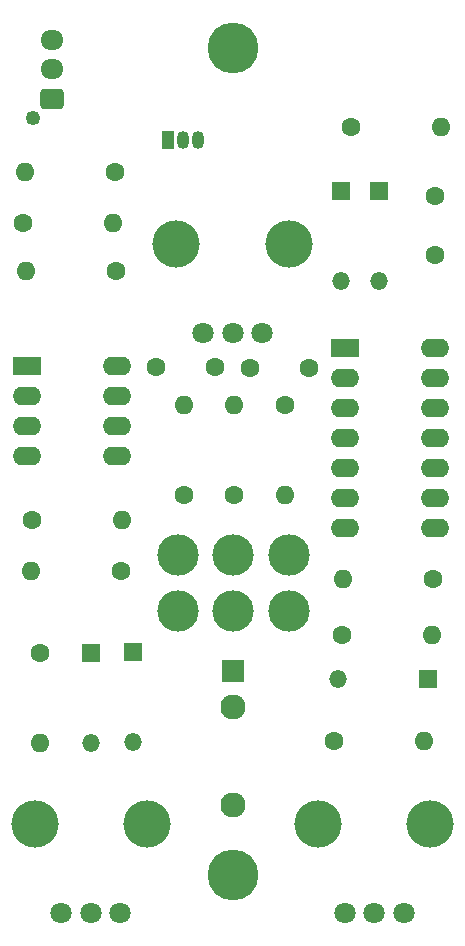
<source format=gbr>
%TF.GenerationSoftware,KiCad,Pcbnew,7.0.9*%
%TF.CreationDate,2024-05-17T11:53:30+10:00*%
%TF.ProjectId,_rotary_,5f726f74-6172-4795-9f2e-6b696361645f,v0_1_2*%
%TF.SameCoordinates,Original*%
%TF.FileFunction,Soldermask,Top*%
%TF.FilePolarity,Negative*%
%FSLAX46Y46*%
G04 Gerber Fmt 4.6, Leading zero omitted, Abs format (unit mm)*
G04 Created by KiCad (PCBNEW 7.0.9) date 2024-05-17 11:53:30*
%MOMM*%
%LPD*%
G01*
G04 APERTURE LIST*
G04 Aperture macros list*
%AMRoundRect*
0 Rectangle with rounded corners*
0 $1 Rounding radius*
0 $2 $3 $4 $5 $6 $7 $8 $9 X,Y pos of 4 corners*
0 Add a 4 corners polygon primitive as box body*
4,1,4,$2,$3,$4,$5,$6,$7,$8,$9,$2,$3,0*
0 Add four circle primitives for the rounded corners*
1,1,$1+$1,$2,$3*
1,1,$1+$1,$4,$5*
1,1,$1+$1,$6,$7*
1,1,$1+$1,$8,$9*
0 Add four rect primitives between the rounded corners*
20,1,$1+$1,$2,$3,$4,$5,0*
20,1,$1+$1,$4,$5,$6,$7,0*
20,1,$1+$1,$6,$7,$8,$9,0*
20,1,$1+$1,$8,$9,$2,$3,0*%
G04 Aperture macros list end*
%ADD10R,1.930000X1.830000*%
%ADD11C,2.130000*%
%ADD12C,1.600000*%
%ADD13O,1.600000X1.600000*%
%ADD14C,4.300000*%
%ADD15C,4.000000*%
%ADD16C,1.800000*%
%ADD17R,1.500000X1.500000*%
%ADD18O,1.500000X1.500000*%
%ADD19R,2.400000X1.600000*%
%ADD20O,2.400000X1.600000*%
%ADD21R,1.050000X1.500000*%
%ADD22O,1.050000X1.500000*%
%ADD23C,3.500000*%
%ADD24C,1.250000*%
%ADD25RoundRect,0.250000X0.725000X-0.600000X0.725000X0.600000X-0.725000X0.600000X-0.725000X-0.600000X0*%
%ADD26O,1.950000X1.700000*%
G04 APERTURE END LIST*
D10*
%TO.C,J1*%
X100000000Y-117720000D03*
D11*
X100000000Y-129120000D03*
X100000000Y-120820000D03*
%TD*%
D12*
%TO.C,R9*%
X110000000Y-71700000D03*
D13*
X117620000Y-71700000D03*
%TD*%
D12*
%TO.C,R11*%
X109300000Y-114700000D03*
D13*
X116920000Y-114700000D03*
%TD*%
D12*
%TO.C,C1*%
X98500000Y-92000000D03*
X93500000Y-92000000D03*
%TD*%
%TO.C,R10*%
X104400000Y-95190000D03*
D13*
X104400000Y-102810000D03*
%TD*%
D12*
%TO.C,C3*%
X117100000Y-82500000D03*
X117100000Y-77500000D03*
%TD*%
%TO.C,R12*%
X117000000Y-110000000D03*
D13*
X109380000Y-110000000D03*
%TD*%
D14*
%TO.C,REF\u002A\u002A*%
X100000000Y-135050000D03*
%TD*%
D12*
%TO.C,R3*%
X95900000Y-102810000D03*
D13*
X95900000Y-95190000D03*
%TD*%
D15*
%TO.C,RV3*%
X83250000Y-130725000D03*
X92750000Y-130725000D03*
D16*
X90500000Y-138225000D03*
X88000000Y-138225000D03*
X85500000Y-138225000D03*
%TD*%
D17*
%TO.C,D4*%
X112400000Y-77100000D03*
D18*
X112400000Y-84720000D03*
%TD*%
D12*
%TO.C,C2*%
X101500000Y-92100000D03*
X106500000Y-92100000D03*
%TD*%
D19*
%TO.C,U1*%
X82575000Y-91900000D03*
D20*
X82575000Y-94440000D03*
X82575000Y-96980000D03*
X82575000Y-99520000D03*
X90195000Y-99520000D03*
X90195000Y-96980000D03*
X90195000Y-94440000D03*
X90195000Y-91900000D03*
%TD*%
D12*
%TO.C,R8*%
X100100000Y-102810000D03*
D13*
X100100000Y-95190000D03*
%TD*%
D14*
%TO.C,REF\u002A\u002A*%
X100050000Y-65000000D03*
%TD*%
D12*
%TO.C,R14*%
X83700000Y-116200000D03*
D13*
X83700000Y-123820000D03*
%TD*%
D12*
%TO.C,R1*%
X82990000Y-105000000D03*
D13*
X90610000Y-105000000D03*
%TD*%
D21*
%TO.C,U2*%
X94530000Y-72800000D03*
D22*
X95800000Y-72800000D03*
X97070000Y-72800000D03*
%TD*%
D23*
%TO.C,SW1*%
X95350000Y-107945000D03*
X100050000Y-107945000D03*
X104750000Y-107945000D03*
X95350000Y-112645000D03*
X100050000Y-112645000D03*
X104750000Y-112645000D03*
%TD*%
D17*
%TO.C,D3*%
X109200000Y-77100000D03*
D18*
X109200000Y-84720000D03*
%TD*%
D12*
%TO.C,R5*%
X90120000Y-83900000D03*
D13*
X82500000Y-83900000D03*
%TD*%
D17*
%TO.C,D5*%
X116520000Y-118400000D03*
D18*
X108900000Y-118400000D03*
%TD*%
D15*
%TO.C,RV2*%
X107250000Y-130725000D03*
X116750000Y-130725000D03*
D16*
X114500000Y-138225000D03*
X112000000Y-138225000D03*
X109500000Y-138225000D03*
%TD*%
D12*
%TO.C,R6*%
X90010000Y-75500000D03*
D13*
X82390000Y-75500000D03*
%TD*%
D19*
%TO.C,U3*%
X109500000Y-90360000D03*
D20*
X109500000Y-92900000D03*
X109500000Y-95440000D03*
X109500000Y-97980000D03*
X109500000Y-100520000D03*
X109500000Y-103060000D03*
X109500000Y-105600000D03*
X117120000Y-105600000D03*
X117120000Y-103060000D03*
X117120000Y-100520000D03*
X117120000Y-97980000D03*
X117120000Y-95440000D03*
X117120000Y-92900000D03*
X117120000Y-90360000D03*
%TD*%
D15*
%TO.C,RV1*%
X95250000Y-81625000D03*
X104750000Y-81625000D03*
D16*
X102500000Y-89125000D03*
X100000000Y-89125000D03*
X97500000Y-89125000D03*
%TD*%
D12*
%TO.C,R4*%
X108590000Y-123700000D03*
D13*
X116210000Y-123700000D03*
%TD*%
D17*
%TO.C,D2*%
X91600000Y-116170000D03*
D18*
X91600000Y-123790000D03*
%TD*%
D17*
%TO.C,D1*%
X88000000Y-116185000D03*
D18*
X88000000Y-123805000D03*
%TD*%
D12*
%TO.C,R2*%
X90520000Y-109300000D03*
D13*
X82900000Y-109300000D03*
%TD*%
D12*
%TO.C,R7*%
X82300000Y-79800000D03*
D13*
X89920000Y-79800000D03*
%TD*%
D24*
%TO.C,J2*%
X83100000Y-70900000D03*
D25*
X84700000Y-69300000D03*
D26*
X84700000Y-66800000D03*
X84700000Y-64300000D03*
%TD*%
M02*

</source>
